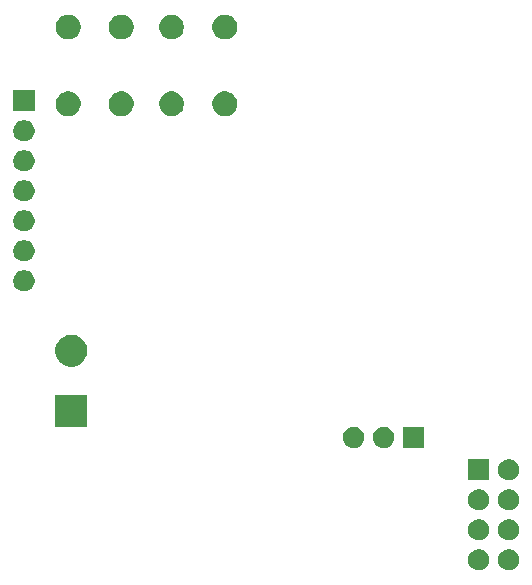
<source format=gbr>
G04 #@! TF.GenerationSoftware,KiCad,Pcbnew,(5.1.5)-3*
G04 #@! TF.CreationDate,2021-01-02T11:20:14+01:00*
G04 #@! TF.ProjectId,esp12Board,65737031-3242-46f6-9172-642e6b696361,rev?*
G04 #@! TF.SameCoordinates,Original*
G04 #@! TF.FileFunction,Soldermask,Bot*
G04 #@! TF.FilePolarity,Negative*
%FSLAX46Y46*%
G04 Gerber Fmt 4.6, Leading zero omitted, Abs format (unit mm)*
G04 Created by KiCad (PCBNEW (5.1.5)-3) date 2021-01-02 11:20:14*
%MOMM*%
%LPD*%
G04 APERTURE LIST*
%ADD10C,0.100000*%
G04 APERTURE END LIST*
D10*
G36*
X73153512Y-80973927D02*
G01*
X73302812Y-81003624D01*
X73466784Y-81071544D01*
X73614354Y-81170147D01*
X73739853Y-81295646D01*
X73838456Y-81443216D01*
X73906376Y-81607188D01*
X73941000Y-81781259D01*
X73941000Y-81958741D01*
X73906376Y-82132812D01*
X73838456Y-82296784D01*
X73739853Y-82444354D01*
X73614354Y-82569853D01*
X73466784Y-82668456D01*
X73302812Y-82736376D01*
X73153512Y-82766073D01*
X73128742Y-82771000D01*
X72951258Y-82771000D01*
X72926488Y-82766073D01*
X72777188Y-82736376D01*
X72613216Y-82668456D01*
X72465646Y-82569853D01*
X72340147Y-82444354D01*
X72241544Y-82296784D01*
X72173624Y-82132812D01*
X72139000Y-81958741D01*
X72139000Y-81781259D01*
X72173624Y-81607188D01*
X72241544Y-81443216D01*
X72340147Y-81295646D01*
X72465646Y-81170147D01*
X72613216Y-81071544D01*
X72777188Y-81003624D01*
X72926488Y-80973927D01*
X72951258Y-80969000D01*
X73128742Y-80969000D01*
X73153512Y-80973927D01*
G37*
G36*
X70613512Y-80973927D02*
G01*
X70762812Y-81003624D01*
X70926784Y-81071544D01*
X71074354Y-81170147D01*
X71199853Y-81295646D01*
X71298456Y-81443216D01*
X71366376Y-81607188D01*
X71401000Y-81781259D01*
X71401000Y-81958741D01*
X71366376Y-82132812D01*
X71298456Y-82296784D01*
X71199853Y-82444354D01*
X71074354Y-82569853D01*
X70926784Y-82668456D01*
X70762812Y-82736376D01*
X70613512Y-82766073D01*
X70588742Y-82771000D01*
X70411258Y-82771000D01*
X70386488Y-82766073D01*
X70237188Y-82736376D01*
X70073216Y-82668456D01*
X69925646Y-82569853D01*
X69800147Y-82444354D01*
X69701544Y-82296784D01*
X69633624Y-82132812D01*
X69599000Y-81958741D01*
X69599000Y-81781259D01*
X69633624Y-81607188D01*
X69701544Y-81443216D01*
X69800147Y-81295646D01*
X69925646Y-81170147D01*
X70073216Y-81071544D01*
X70237188Y-81003624D01*
X70386488Y-80973927D01*
X70411258Y-80969000D01*
X70588742Y-80969000D01*
X70613512Y-80973927D01*
G37*
G36*
X73153512Y-78433927D02*
G01*
X73302812Y-78463624D01*
X73466784Y-78531544D01*
X73614354Y-78630147D01*
X73739853Y-78755646D01*
X73838456Y-78903216D01*
X73906376Y-79067188D01*
X73941000Y-79241259D01*
X73941000Y-79418741D01*
X73906376Y-79592812D01*
X73838456Y-79756784D01*
X73739853Y-79904354D01*
X73614354Y-80029853D01*
X73466784Y-80128456D01*
X73302812Y-80196376D01*
X73153512Y-80226073D01*
X73128742Y-80231000D01*
X72951258Y-80231000D01*
X72926488Y-80226073D01*
X72777188Y-80196376D01*
X72613216Y-80128456D01*
X72465646Y-80029853D01*
X72340147Y-79904354D01*
X72241544Y-79756784D01*
X72173624Y-79592812D01*
X72139000Y-79418741D01*
X72139000Y-79241259D01*
X72173624Y-79067188D01*
X72241544Y-78903216D01*
X72340147Y-78755646D01*
X72465646Y-78630147D01*
X72613216Y-78531544D01*
X72777188Y-78463624D01*
X72926488Y-78433927D01*
X72951258Y-78429000D01*
X73128742Y-78429000D01*
X73153512Y-78433927D01*
G37*
G36*
X70613512Y-78433927D02*
G01*
X70762812Y-78463624D01*
X70926784Y-78531544D01*
X71074354Y-78630147D01*
X71199853Y-78755646D01*
X71298456Y-78903216D01*
X71366376Y-79067188D01*
X71401000Y-79241259D01*
X71401000Y-79418741D01*
X71366376Y-79592812D01*
X71298456Y-79756784D01*
X71199853Y-79904354D01*
X71074354Y-80029853D01*
X70926784Y-80128456D01*
X70762812Y-80196376D01*
X70613512Y-80226073D01*
X70588742Y-80231000D01*
X70411258Y-80231000D01*
X70386488Y-80226073D01*
X70237188Y-80196376D01*
X70073216Y-80128456D01*
X69925646Y-80029853D01*
X69800147Y-79904354D01*
X69701544Y-79756784D01*
X69633624Y-79592812D01*
X69599000Y-79418741D01*
X69599000Y-79241259D01*
X69633624Y-79067188D01*
X69701544Y-78903216D01*
X69800147Y-78755646D01*
X69925646Y-78630147D01*
X70073216Y-78531544D01*
X70237188Y-78463624D01*
X70386488Y-78433927D01*
X70411258Y-78429000D01*
X70588742Y-78429000D01*
X70613512Y-78433927D01*
G37*
G36*
X70613512Y-75893927D02*
G01*
X70762812Y-75923624D01*
X70926784Y-75991544D01*
X71074354Y-76090147D01*
X71199853Y-76215646D01*
X71298456Y-76363216D01*
X71366376Y-76527188D01*
X71401000Y-76701259D01*
X71401000Y-76878741D01*
X71366376Y-77052812D01*
X71298456Y-77216784D01*
X71199853Y-77364354D01*
X71074354Y-77489853D01*
X70926784Y-77588456D01*
X70762812Y-77656376D01*
X70613512Y-77686073D01*
X70588742Y-77691000D01*
X70411258Y-77691000D01*
X70386488Y-77686073D01*
X70237188Y-77656376D01*
X70073216Y-77588456D01*
X69925646Y-77489853D01*
X69800147Y-77364354D01*
X69701544Y-77216784D01*
X69633624Y-77052812D01*
X69599000Y-76878741D01*
X69599000Y-76701259D01*
X69633624Y-76527188D01*
X69701544Y-76363216D01*
X69800147Y-76215646D01*
X69925646Y-76090147D01*
X70073216Y-75991544D01*
X70237188Y-75923624D01*
X70386488Y-75893927D01*
X70411258Y-75889000D01*
X70588742Y-75889000D01*
X70613512Y-75893927D01*
G37*
G36*
X73153512Y-75893927D02*
G01*
X73302812Y-75923624D01*
X73466784Y-75991544D01*
X73614354Y-76090147D01*
X73739853Y-76215646D01*
X73838456Y-76363216D01*
X73906376Y-76527188D01*
X73941000Y-76701259D01*
X73941000Y-76878741D01*
X73906376Y-77052812D01*
X73838456Y-77216784D01*
X73739853Y-77364354D01*
X73614354Y-77489853D01*
X73466784Y-77588456D01*
X73302812Y-77656376D01*
X73153512Y-77686073D01*
X73128742Y-77691000D01*
X72951258Y-77691000D01*
X72926488Y-77686073D01*
X72777188Y-77656376D01*
X72613216Y-77588456D01*
X72465646Y-77489853D01*
X72340147Y-77364354D01*
X72241544Y-77216784D01*
X72173624Y-77052812D01*
X72139000Y-76878741D01*
X72139000Y-76701259D01*
X72173624Y-76527188D01*
X72241544Y-76363216D01*
X72340147Y-76215646D01*
X72465646Y-76090147D01*
X72613216Y-75991544D01*
X72777188Y-75923624D01*
X72926488Y-75893927D01*
X72951258Y-75889000D01*
X73128742Y-75889000D01*
X73153512Y-75893927D01*
G37*
G36*
X73153512Y-73353927D02*
G01*
X73302812Y-73383624D01*
X73466784Y-73451544D01*
X73614354Y-73550147D01*
X73739853Y-73675646D01*
X73838456Y-73823216D01*
X73906376Y-73987188D01*
X73941000Y-74161259D01*
X73941000Y-74338741D01*
X73906376Y-74512812D01*
X73838456Y-74676784D01*
X73739853Y-74824354D01*
X73614354Y-74949853D01*
X73466784Y-75048456D01*
X73302812Y-75116376D01*
X73153512Y-75146073D01*
X73128742Y-75151000D01*
X72951258Y-75151000D01*
X72926488Y-75146073D01*
X72777188Y-75116376D01*
X72613216Y-75048456D01*
X72465646Y-74949853D01*
X72340147Y-74824354D01*
X72241544Y-74676784D01*
X72173624Y-74512812D01*
X72139000Y-74338741D01*
X72139000Y-74161259D01*
X72173624Y-73987188D01*
X72241544Y-73823216D01*
X72340147Y-73675646D01*
X72465646Y-73550147D01*
X72613216Y-73451544D01*
X72777188Y-73383624D01*
X72926488Y-73353927D01*
X72951258Y-73349000D01*
X73128742Y-73349000D01*
X73153512Y-73353927D01*
G37*
G36*
X71401000Y-75151000D02*
G01*
X69599000Y-75151000D01*
X69599000Y-73349000D01*
X71401000Y-73349000D01*
X71401000Y-75151000D01*
G37*
G36*
X60033512Y-70603927D02*
G01*
X60182812Y-70633624D01*
X60346784Y-70701544D01*
X60494354Y-70800147D01*
X60619853Y-70925646D01*
X60718456Y-71073216D01*
X60786376Y-71237188D01*
X60821000Y-71411259D01*
X60821000Y-71588741D01*
X60786376Y-71762812D01*
X60718456Y-71926784D01*
X60619853Y-72074354D01*
X60494354Y-72199853D01*
X60346784Y-72298456D01*
X60182812Y-72366376D01*
X60033512Y-72396073D01*
X60008742Y-72401000D01*
X59831258Y-72401000D01*
X59806488Y-72396073D01*
X59657188Y-72366376D01*
X59493216Y-72298456D01*
X59345646Y-72199853D01*
X59220147Y-72074354D01*
X59121544Y-71926784D01*
X59053624Y-71762812D01*
X59019000Y-71588741D01*
X59019000Y-71411259D01*
X59053624Y-71237188D01*
X59121544Y-71073216D01*
X59220147Y-70925646D01*
X59345646Y-70800147D01*
X59493216Y-70701544D01*
X59657188Y-70633624D01*
X59806488Y-70603927D01*
X59831258Y-70599000D01*
X60008742Y-70599000D01*
X60033512Y-70603927D01*
G37*
G36*
X62573512Y-70603927D02*
G01*
X62722812Y-70633624D01*
X62886784Y-70701544D01*
X63034354Y-70800147D01*
X63159853Y-70925646D01*
X63258456Y-71073216D01*
X63326376Y-71237188D01*
X63361000Y-71411259D01*
X63361000Y-71588741D01*
X63326376Y-71762812D01*
X63258456Y-71926784D01*
X63159853Y-72074354D01*
X63034354Y-72199853D01*
X62886784Y-72298456D01*
X62722812Y-72366376D01*
X62573512Y-72396073D01*
X62548742Y-72401000D01*
X62371258Y-72401000D01*
X62346488Y-72396073D01*
X62197188Y-72366376D01*
X62033216Y-72298456D01*
X61885646Y-72199853D01*
X61760147Y-72074354D01*
X61661544Y-71926784D01*
X61593624Y-71762812D01*
X61559000Y-71588741D01*
X61559000Y-71411259D01*
X61593624Y-71237188D01*
X61661544Y-71073216D01*
X61760147Y-70925646D01*
X61885646Y-70800147D01*
X62033216Y-70701544D01*
X62197188Y-70633624D01*
X62346488Y-70603927D01*
X62371258Y-70599000D01*
X62548742Y-70599000D01*
X62573512Y-70603927D01*
G37*
G36*
X65901000Y-72401000D02*
G01*
X64099000Y-72401000D01*
X64099000Y-70599000D01*
X65901000Y-70599000D01*
X65901000Y-72401000D01*
G37*
G36*
X37351000Y-70601000D02*
G01*
X34649000Y-70601000D01*
X34649000Y-67899000D01*
X37351000Y-67899000D01*
X37351000Y-70601000D01*
G37*
G36*
X36394072Y-62870918D02*
G01*
X36639939Y-62972759D01*
X36861212Y-63120610D01*
X37049390Y-63308788D01*
X37197241Y-63530061D01*
X37299082Y-63775928D01*
X37351000Y-64036938D01*
X37351000Y-64303062D01*
X37299082Y-64564072D01*
X37197241Y-64809939D01*
X37049390Y-65031212D01*
X36861212Y-65219390D01*
X36639939Y-65367241D01*
X36639938Y-65367242D01*
X36639937Y-65367242D01*
X36394072Y-65469082D01*
X36133063Y-65521000D01*
X35866937Y-65521000D01*
X35605928Y-65469082D01*
X35360063Y-65367242D01*
X35360062Y-65367242D01*
X35360061Y-65367241D01*
X35138788Y-65219390D01*
X34950610Y-65031212D01*
X34802759Y-64809939D01*
X34700918Y-64564072D01*
X34649000Y-64303062D01*
X34649000Y-64036938D01*
X34700918Y-63775928D01*
X34802759Y-63530061D01*
X34950610Y-63308788D01*
X35138788Y-63120610D01*
X35360061Y-62972759D01*
X35605928Y-62870918D01*
X35866937Y-62819000D01*
X36133063Y-62819000D01*
X36394072Y-62870918D01*
G37*
G36*
X32113512Y-57343927D02*
G01*
X32262812Y-57373624D01*
X32426784Y-57441544D01*
X32574354Y-57540147D01*
X32699853Y-57665646D01*
X32798456Y-57813216D01*
X32866376Y-57977188D01*
X32901000Y-58151259D01*
X32901000Y-58328741D01*
X32866376Y-58502812D01*
X32798456Y-58666784D01*
X32699853Y-58814354D01*
X32574354Y-58939853D01*
X32426784Y-59038456D01*
X32262812Y-59106376D01*
X32113512Y-59136073D01*
X32088742Y-59141000D01*
X31911258Y-59141000D01*
X31886488Y-59136073D01*
X31737188Y-59106376D01*
X31573216Y-59038456D01*
X31425646Y-58939853D01*
X31300147Y-58814354D01*
X31201544Y-58666784D01*
X31133624Y-58502812D01*
X31099000Y-58328741D01*
X31099000Y-58151259D01*
X31133624Y-57977188D01*
X31201544Y-57813216D01*
X31300147Y-57665646D01*
X31425646Y-57540147D01*
X31573216Y-57441544D01*
X31737188Y-57373624D01*
X31886488Y-57343927D01*
X31911258Y-57339000D01*
X32088742Y-57339000D01*
X32113512Y-57343927D01*
G37*
G36*
X32113512Y-54803927D02*
G01*
X32262812Y-54833624D01*
X32426784Y-54901544D01*
X32574354Y-55000147D01*
X32699853Y-55125646D01*
X32798456Y-55273216D01*
X32866376Y-55437188D01*
X32901000Y-55611259D01*
X32901000Y-55788741D01*
X32866376Y-55962812D01*
X32798456Y-56126784D01*
X32699853Y-56274354D01*
X32574354Y-56399853D01*
X32426784Y-56498456D01*
X32262812Y-56566376D01*
X32113512Y-56596073D01*
X32088742Y-56601000D01*
X31911258Y-56601000D01*
X31886488Y-56596073D01*
X31737188Y-56566376D01*
X31573216Y-56498456D01*
X31425646Y-56399853D01*
X31300147Y-56274354D01*
X31201544Y-56126784D01*
X31133624Y-55962812D01*
X31099000Y-55788741D01*
X31099000Y-55611259D01*
X31133624Y-55437188D01*
X31201544Y-55273216D01*
X31300147Y-55125646D01*
X31425646Y-55000147D01*
X31573216Y-54901544D01*
X31737188Y-54833624D01*
X31886488Y-54803927D01*
X31911258Y-54799000D01*
X32088742Y-54799000D01*
X32113512Y-54803927D01*
G37*
G36*
X32113512Y-52263927D02*
G01*
X32262812Y-52293624D01*
X32426784Y-52361544D01*
X32574354Y-52460147D01*
X32699853Y-52585646D01*
X32798456Y-52733216D01*
X32866376Y-52897188D01*
X32901000Y-53071259D01*
X32901000Y-53248741D01*
X32866376Y-53422812D01*
X32798456Y-53586784D01*
X32699853Y-53734354D01*
X32574354Y-53859853D01*
X32426784Y-53958456D01*
X32262812Y-54026376D01*
X32113512Y-54056073D01*
X32088742Y-54061000D01*
X31911258Y-54061000D01*
X31886488Y-54056073D01*
X31737188Y-54026376D01*
X31573216Y-53958456D01*
X31425646Y-53859853D01*
X31300147Y-53734354D01*
X31201544Y-53586784D01*
X31133624Y-53422812D01*
X31099000Y-53248741D01*
X31099000Y-53071259D01*
X31133624Y-52897188D01*
X31201544Y-52733216D01*
X31300147Y-52585646D01*
X31425646Y-52460147D01*
X31573216Y-52361544D01*
X31737188Y-52293624D01*
X31886488Y-52263927D01*
X31911258Y-52259000D01*
X32088742Y-52259000D01*
X32113512Y-52263927D01*
G37*
G36*
X32113512Y-49723927D02*
G01*
X32262812Y-49753624D01*
X32426784Y-49821544D01*
X32574354Y-49920147D01*
X32699853Y-50045646D01*
X32798456Y-50193216D01*
X32866376Y-50357188D01*
X32901000Y-50531259D01*
X32901000Y-50708741D01*
X32866376Y-50882812D01*
X32798456Y-51046784D01*
X32699853Y-51194354D01*
X32574354Y-51319853D01*
X32426784Y-51418456D01*
X32262812Y-51486376D01*
X32113512Y-51516073D01*
X32088742Y-51521000D01*
X31911258Y-51521000D01*
X31886488Y-51516073D01*
X31737188Y-51486376D01*
X31573216Y-51418456D01*
X31425646Y-51319853D01*
X31300147Y-51194354D01*
X31201544Y-51046784D01*
X31133624Y-50882812D01*
X31099000Y-50708741D01*
X31099000Y-50531259D01*
X31133624Y-50357188D01*
X31201544Y-50193216D01*
X31300147Y-50045646D01*
X31425646Y-49920147D01*
X31573216Y-49821544D01*
X31737188Y-49753624D01*
X31886488Y-49723927D01*
X31911258Y-49719000D01*
X32088742Y-49719000D01*
X32113512Y-49723927D01*
G37*
G36*
X32113512Y-47183927D02*
G01*
X32262812Y-47213624D01*
X32426784Y-47281544D01*
X32574354Y-47380147D01*
X32699853Y-47505646D01*
X32798456Y-47653216D01*
X32866376Y-47817188D01*
X32901000Y-47991259D01*
X32901000Y-48168741D01*
X32866376Y-48342812D01*
X32798456Y-48506784D01*
X32699853Y-48654354D01*
X32574354Y-48779853D01*
X32426784Y-48878456D01*
X32262812Y-48946376D01*
X32113512Y-48976073D01*
X32088742Y-48981000D01*
X31911258Y-48981000D01*
X31886488Y-48976073D01*
X31737188Y-48946376D01*
X31573216Y-48878456D01*
X31425646Y-48779853D01*
X31300147Y-48654354D01*
X31201544Y-48506784D01*
X31133624Y-48342812D01*
X31099000Y-48168741D01*
X31099000Y-47991259D01*
X31133624Y-47817188D01*
X31201544Y-47653216D01*
X31300147Y-47505646D01*
X31425646Y-47380147D01*
X31573216Y-47281544D01*
X31737188Y-47213624D01*
X31886488Y-47183927D01*
X31911258Y-47179000D01*
X32088742Y-47179000D01*
X32113512Y-47183927D01*
G37*
G36*
X32113512Y-44643927D02*
G01*
X32262812Y-44673624D01*
X32426784Y-44741544D01*
X32574354Y-44840147D01*
X32699853Y-44965646D01*
X32798456Y-45113216D01*
X32866376Y-45277188D01*
X32901000Y-45451259D01*
X32901000Y-45628741D01*
X32866376Y-45802812D01*
X32798456Y-45966784D01*
X32699853Y-46114354D01*
X32574354Y-46239853D01*
X32426784Y-46338456D01*
X32262812Y-46406376D01*
X32113512Y-46436073D01*
X32088742Y-46441000D01*
X31911258Y-46441000D01*
X31886488Y-46436073D01*
X31737188Y-46406376D01*
X31573216Y-46338456D01*
X31425646Y-46239853D01*
X31300147Y-46114354D01*
X31201544Y-45966784D01*
X31133624Y-45802812D01*
X31099000Y-45628741D01*
X31099000Y-45451259D01*
X31133624Y-45277188D01*
X31201544Y-45113216D01*
X31300147Y-44965646D01*
X31425646Y-44840147D01*
X31573216Y-44741544D01*
X31737188Y-44673624D01*
X31886488Y-44643927D01*
X31911258Y-44639000D01*
X32088742Y-44639000D01*
X32113512Y-44643927D01*
G37*
G36*
X36056564Y-42239389D02*
G01*
X36247833Y-42318615D01*
X36247835Y-42318616D01*
X36419973Y-42433635D01*
X36566365Y-42580027D01*
X36681385Y-42752167D01*
X36760611Y-42943436D01*
X36801000Y-43146484D01*
X36801000Y-43353516D01*
X36760611Y-43556564D01*
X36681385Y-43747833D01*
X36681384Y-43747835D01*
X36566365Y-43919973D01*
X36419973Y-44066365D01*
X36247835Y-44181384D01*
X36247834Y-44181385D01*
X36247833Y-44181385D01*
X36056564Y-44260611D01*
X35853516Y-44301000D01*
X35646484Y-44301000D01*
X35443436Y-44260611D01*
X35252167Y-44181385D01*
X35252166Y-44181385D01*
X35252165Y-44181384D01*
X35080027Y-44066365D01*
X34933635Y-43919973D01*
X34818616Y-43747835D01*
X34818615Y-43747833D01*
X34739389Y-43556564D01*
X34699000Y-43353516D01*
X34699000Y-43146484D01*
X34739389Y-42943436D01*
X34818615Y-42752167D01*
X34933635Y-42580027D01*
X35080027Y-42433635D01*
X35252165Y-42318616D01*
X35252167Y-42318615D01*
X35443436Y-42239389D01*
X35646484Y-42199000D01*
X35853516Y-42199000D01*
X36056564Y-42239389D01*
G37*
G36*
X49306564Y-42239389D02*
G01*
X49497833Y-42318615D01*
X49497835Y-42318616D01*
X49669973Y-42433635D01*
X49816365Y-42580027D01*
X49931385Y-42752167D01*
X50010611Y-42943436D01*
X50051000Y-43146484D01*
X50051000Y-43353516D01*
X50010611Y-43556564D01*
X49931385Y-43747833D01*
X49931384Y-43747835D01*
X49816365Y-43919973D01*
X49669973Y-44066365D01*
X49497835Y-44181384D01*
X49497834Y-44181385D01*
X49497833Y-44181385D01*
X49306564Y-44260611D01*
X49103516Y-44301000D01*
X48896484Y-44301000D01*
X48693436Y-44260611D01*
X48502167Y-44181385D01*
X48502166Y-44181385D01*
X48502165Y-44181384D01*
X48330027Y-44066365D01*
X48183635Y-43919973D01*
X48068616Y-43747835D01*
X48068615Y-43747833D01*
X47989389Y-43556564D01*
X47949000Y-43353516D01*
X47949000Y-43146484D01*
X47989389Y-42943436D01*
X48068615Y-42752167D01*
X48183635Y-42580027D01*
X48330027Y-42433635D01*
X48502165Y-42318616D01*
X48502167Y-42318615D01*
X48693436Y-42239389D01*
X48896484Y-42199000D01*
X49103516Y-42199000D01*
X49306564Y-42239389D01*
G37*
G36*
X44806564Y-42239389D02*
G01*
X44997833Y-42318615D01*
X44997835Y-42318616D01*
X45169973Y-42433635D01*
X45316365Y-42580027D01*
X45431385Y-42752167D01*
X45510611Y-42943436D01*
X45551000Y-43146484D01*
X45551000Y-43353516D01*
X45510611Y-43556564D01*
X45431385Y-43747833D01*
X45431384Y-43747835D01*
X45316365Y-43919973D01*
X45169973Y-44066365D01*
X44997835Y-44181384D01*
X44997834Y-44181385D01*
X44997833Y-44181385D01*
X44806564Y-44260611D01*
X44603516Y-44301000D01*
X44396484Y-44301000D01*
X44193436Y-44260611D01*
X44002167Y-44181385D01*
X44002166Y-44181385D01*
X44002165Y-44181384D01*
X43830027Y-44066365D01*
X43683635Y-43919973D01*
X43568616Y-43747835D01*
X43568615Y-43747833D01*
X43489389Y-43556564D01*
X43449000Y-43353516D01*
X43449000Y-43146484D01*
X43489389Y-42943436D01*
X43568615Y-42752167D01*
X43683635Y-42580027D01*
X43830027Y-42433635D01*
X44002165Y-42318616D01*
X44002167Y-42318615D01*
X44193436Y-42239389D01*
X44396484Y-42199000D01*
X44603516Y-42199000D01*
X44806564Y-42239389D01*
G37*
G36*
X40556564Y-42239389D02*
G01*
X40747833Y-42318615D01*
X40747835Y-42318616D01*
X40919973Y-42433635D01*
X41066365Y-42580027D01*
X41181385Y-42752167D01*
X41260611Y-42943436D01*
X41301000Y-43146484D01*
X41301000Y-43353516D01*
X41260611Y-43556564D01*
X41181385Y-43747833D01*
X41181384Y-43747835D01*
X41066365Y-43919973D01*
X40919973Y-44066365D01*
X40747835Y-44181384D01*
X40747834Y-44181385D01*
X40747833Y-44181385D01*
X40556564Y-44260611D01*
X40353516Y-44301000D01*
X40146484Y-44301000D01*
X39943436Y-44260611D01*
X39752167Y-44181385D01*
X39752166Y-44181385D01*
X39752165Y-44181384D01*
X39580027Y-44066365D01*
X39433635Y-43919973D01*
X39318616Y-43747835D01*
X39318615Y-43747833D01*
X39239389Y-43556564D01*
X39199000Y-43353516D01*
X39199000Y-43146484D01*
X39239389Y-42943436D01*
X39318615Y-42752167D01*
X39433635Y-42580027D01*
X39580027Y-42433635D01*
X39752165Y-42318616D01*
X39752167Y-42318615D01*
X39943436Y-42239389D01*
X40146484Y-42199000D01*
X40353516Y-42199000D01*
X40556564Y-42239389D01*
G37*
G36*
X32901000Y-43901000D02*
G01*
X31099000Y-43901000D01*
X31099000Y-42099000D01*
X32901000Y-42099000D01*
X32901000Y-43901000D01*
G37*
G36*
X44806564Y-35739389D02*
G01*
X44997833Y-35818615D01*
X44997835Y-35818616D01*
X45169973Y-35933635D01*
X45316365Y-36080027D01*
X45431385Y-36252167D01*
X45510611Y-36443436D01*
X45551000Y-36646484D01*
X45551000Y-36853516D01*
X45510611Y-37056564D01*
X45431385Y-37247833D01*
X45431384Y-37247835D01*
X45316365Y-37419973D01*
X45169973Y-37566365D01*
X44997835Y-37681384D01*
X44997834Y-37681385D01*
X44997833Y-37681385D01*
X44806564Y-37760611D01*
X44603516Y-37801000D01*
X44396484Y-37801000D01*
X44193436Y-37760611D01*
X44002167Y-37681385D01*
X44002166Y-37681385D01*
X44002165Y-37681384D01*
X43830027Y-37566365D01*
X43683635Y-37419973D01*
X43568616Y-37247835D01*
X43568615Y-37247833D01*
X43489389Y-37056564D01*
X43449000Y-36853516D01*
X43449000Y-36646484D01*
X43489389Y-36443436D01*
X43568615Y-36252167D01*
X43683635Y-36080027D01*
X43830027Y-35933635D01*
X44002165Y-35818616D01*
X44002167Y-35818615D01*
X44193436Y-35739389D01*
X44396484Y-35699000D01*
X44603516Y-35699000D01*
X44806564Y-35739389D01*
G37*
G36*
X49306564Y-35739389D02*
G01*
X49497833Y-35818615D01*
X49497835Y-35818616D01*
X49669973Y-35933635D01*
X49816365Y-36080027D01*
X49931385Y-36252167D01*
X50010611Y-36443436D01*
X50051000Y-36646484D01*
X50051000Y-36853516D01*
X50010611Y-37056564D01*
X49931385Y-37247833D01*
X49931384Y-37247835D01*
X49816365Y-37419973D01*
X49669973Y-37566365D01*
X49497835Y-37681384D01*
X49497834Y-37681385D01*
X49497833Y-37681385D01*
X49306564Y-37760611D01*
X49103516Y-37801000D01*
X48896484Y-37801000D01*
X48693436Y-37760611D01*
X48502167Y-37681385D01*
X48502166Y-37681385D01*
X48502165Y-37681384D01*
X48330027Y-37566365D01*
X48183635Y-37419973D01*
X48068616Y-37247835D01*
X48068615Y-37247833D01*
X47989389Y-37056564D01*
X47949000Y-36853516D01*
X47949000Y-36646484D01*
X47989389Y-36443436D01*
X48068615Y-36252167D01*
X48183635Y-36080027D01*
X48330027Y-35933635D01*
X48502165Y-35818616D01*
X48502167Y-35818615D01*
X48693436Y-35739389D01*
X48896484Y-35699000D01*
X49103516Y-35699000D01*
X49306564Y-35739389D01*
G37*
G36*
X36056564Y-35739389D02*
G01*
X36247833Y-35818615D01*
X36247835Y-35818616D01*
X36419973Y-35933635D01*
X36566365Y-36080027D01*
X36681385Y-36252167D01*
X36760611Y-36443436D01*
X36801000Y-36646484D01*
X36801000Y-36853516D01*
X36760611Y-37056564D01*
X36681385Y-37247833D01*
X36681384Y-37247835D01*
X36566365Y-37419973D01*
X36419973Y-37566365D01*
X36247835Y-37681384D01*
X36247834Y-37681385D01*
X36247833Y-37681385D01*
X36056564Y-37760611D01*
X35853516Y-37801000D01*
X35646484Y-37801000D01*
X35443436Y-37760611D01*
X35252167Y-37681385D01*
X35252166Y-37681385D01*
X35252165Y-37681384D01*
X35080027Y-37566365D01*
X34933635Y-37419973D01*
X34818616Y-37247835D01*
X34818615Y-37247833D01*
X34739389Y-37056564D01*
X34699000Y-36853516D01*
X34699000Y-36646484D01*
X34739389Y-36443436D01*
X34818615Y-36252167D01*
X34933635Y-36080027D01*
X35080027Y-35933635D01*
X35252165Y-35818616D01*
X35252167Y-35818615D01*
X35443436Y-35739389D01*
X35646484Y-35699000D01*
X35853516Y-35699000D01*
X36056564Y-35739389D01*
G37*
G36*
X40556564Y-35739389D02*
G01*
X40747833Y-35818615D01*
X40747835Y-35818616D01*
X40919973Y-35933635D01*
X41066365Y-36080027D01*
X41181385Y-36252167D01*
X41260611Y-36443436D01*
X41301000Y-36646484D01*
X41301000Y-36853516D01*
X41260611Y-37056564D01*
X41181385Y-37247833D01*
X41181384Y-37247835D01*
X41066365Y-37419973D01*
X40919973Y-37566365D01*
X40747835Y-37681384D01*
X40747834Y-37681385D01*
X40747833Y-37681385D01*
X40556564Y-37760611D01*
X40353516Y-37801000D01*
X40146484Y-37801000D01*
X39943436Y-37760611D01*
X39752167Y-37681385D01*
X39752166Y-37681385D01*
X39752165Y-37681384D01*
X39580027Y-37566365D01*
X39433635Y-37419973D01*
X39318616Y-37247835D01*
X39318615Y-37247833D01*
X39239389Y-37056564D01*
X39199000Y-36853516D01*
X39199000Y-36646484D01*
X39239389Y-36443436D01*
X39318615Y-36252167D01*
X39433635Y-36080027D01*
X39580027Y-35933635D01*
X39752165Y-35818616D01*
X39752167Y-35818615D01*
X39943436Y-35739389D01*
X40146484Y-35699000D01*
X40353516Y-35699000D01*
X40556564Y-35739389D01*
G37*
M02*

</source>
